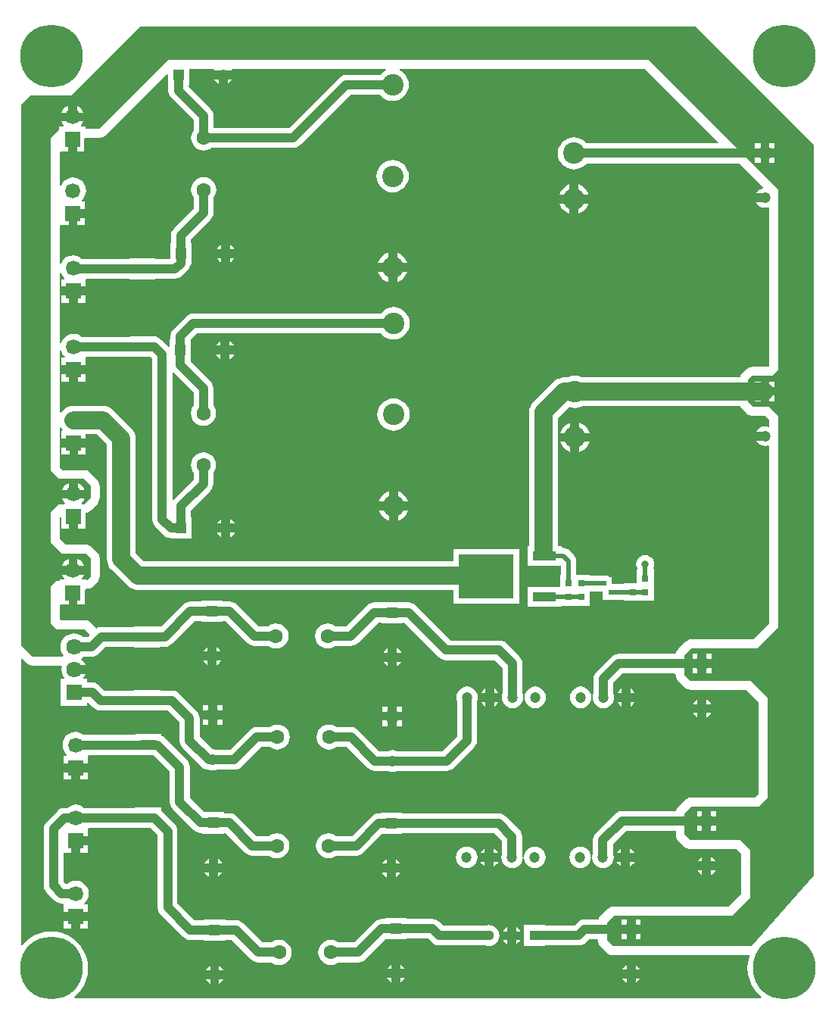
<source format=gbr>
%FSTAX23Y23*%
%MOIN*%
%SFA1B1*%

%IPPOS*%
%ADD10R,0.029527X0.031496*%
%ADD11R,0.062992X0.023622*%
%ADD12R,0.244094X0.192913*%
%ADD13R,0.102362X0.039370*%
%ADD14R,0.066929X0.043307*%
%ADD15C,0.039370*%
%ADD16C,0.019685*%
%ADD17C,0.078740*%
%ADD18C,0.094488*%
%ADD19C,0.275590*%
%ADD20C,0.047244*%
%ADD21R,0.044488X0.044488*%
%ADD22C,0.044488*%
%ADD23R,0.047244X0.047244*%
%ADD24C,0.062992*%
%ADD25R,0.066535X0.066535*%
%ADD26C,0.066535*%
%ADD27R,0.070275X0.070275*%
%ADD28C,0.070275*%
%ADD29R,0.047244X0.047244*%
%ADD30C,0.031496*%
%LNpcb.psu.dcdc.001.a1_copper_signal_top-1*%
%LPD*%
G36*
X02772Y04114D02*
X03095Y03792D01*
X03093Y03787*
X02515*
X02509Y03794*
X02499Y03803*
X02486Y03809*
X02473Y03813*
X02459Y03815*
X02445Y03813*
X02432Y03809*
X0242Y03803*
X02409Y03794*
X024Y03783*
X02393Y03771*
X02389Y03757*
X02388Y03744*
X02389Y0373*
X02393Y03716*
X024Y03704*
X02409Y03693*
X0242Y03684*
X02432Y03678*
X02445Y03674*
X02459Y03672*
X02473Y03674*
X02486Y03678*
X02499Y03684*
X02509Y03693*
X02515Y037*
X03187*
X03279Y03608*
X03279Y03608*
X03279Y03608*
X03292Y03595*
X0329Y0359*
X03288Y0359*
X03278Y03586*
X03269Y03579*
X03262Y0357*
X03261Y03567*
X033*
Y03528*
X03261*
X03262Y03526*
X03269Y03517*
X03278Y0351*
X03288Y03506*
X033Y03504*
X03311Y03506*
X03314Y03507*
X03318Y03504*
X03318Y02807*
X03315Y02804*
X03244Y02804*
X03239Y02803*
X03234Y02803*
X03234Y02803*
X03234Y02803*
X03229Y02801*
X03225Y02799*
X03224Y02799*
X03224Y02799*
X0322Y02796*
X03216Y02793*
X03198Y02775*
X03198Y02775*
X03198Y02775*
X03195Y02771*
X03192Y02767*
X03192Y02767*
X03191Y02767*
X0319Y02762*
X03188Y02758*
X02495*
X0249Y0276*
X02477Y02764*
X02463Y02766*
X02449Y02764*
X02436Y0276*
X02431Y02758*
X02414*
X02402Y02756*
X0239Y02753*
X02379Y02747*
X02369Y02739*
X02369Y02739*
X02281Y02651*
X02273Y02641*
X02267Y0263*
X02263Y02618*
X02262Y02606*
Y02016*
X02254*
Y0193*
X02325*
X02325Y0193*
X02326Y0193*
X02402*
Y0189*
X02397*
Y01835*
X02254*
Y01749*
X02404*
Y01752*
X02529*
Y01815*
X02586*
Y01778*
X02679*
Y01774*
X02812*
Y01833*
Y01912*
X02811*
X0281Y01913*
X02808Y01917*
X02811Y01925*
X02813Y01936*
X02811Y01946*
X02808Y01955*
X02801Y01964*
X02793Y0197*
X02783Y01974*
X02773Y01975*
X02763Y01974*
X02753Y0197*
X02745Y01964*
X02739Y01955*
X02735Y01946*
X02733Y01936*
X02735Y01925*
X02738Y01917*
X02737Y01913*
X02735Y01912*
X02735*
Y01853*
X02679*
Y01849*
X02625*
Y01886*
X02529*
Y0189*
X02469*
Y0195*
X02468Y01959*
X02465Y01967*
X02459Y01974*
X02437Y01997*
X0243Y02002*
X02422Y02006*
X02413Y02007*
X02404*
Y02016*
X02389*
Y0258*
X02437Y02628*
X02449Y02625*
X02463Y02623*
X02477Y02625*
X0249Y02629*
X02495Y02631*
X03191*
X03191Y02629*
X03191Y02629*
X03191Y02629*
X03194Y02625*
X03198Y02621*
X03198Y02621*
X03198Y02621*
X03219Y02599*
X03223Y02596*
X03228Y02593*
X03228Y02593*
X03228Y02593*
X03232Y02591*
X03237Y02589*
X03237*
X03237Y02589*
X03242Y02588*
X03248Y02588*
X03301*
X03318Y02571*
Y02543*
X03314Y0254*
X03311Y02542*
X033Y02543*
X03288Y02542*
X03278Y02537*
X03269Y0253*
X03262Y02521*
X03261Y02519*
X033*
Y0248*
X03261*
X03262Y02478*
X03269Y02469*
X03278Y02462*
X03288Y02457*
X033Y02456*
X03311Y02457*
X03314Y02459*
X03318Y02456*
X03318Y01674*
X03249Y01605*
X02977Y01605*
X02967Y01604*
X02957Y016*
X02949Y01594*
Y01594*
X02918Y01563*
X02912Y01555*
X02908Y01545*
X02907Y01541*
X02655*
X02644Y0154*
X02633Y01535*
X02624Y01528*
X02557Y01461*
X0255Y01452*
X02546Y01442*
X02544Y01431*
Y01367*
X02542Y01361*
X02541Y01352*
X02541Y0135*
X02536*
X02535Y01352*
X02534Y01361*
X02529Y01373*
X02522Y01383*
X02512Y0139*
X025Y01395*
X02488Y01397*
X02476Y01395*
X02464Y0139*
X02454Y01383*
X02447Y01373*
X02442Y01361*
X0244Y01349*
X02442Y01337*
X02447Y01325*
X02454Y01315*
X02464Y01308*
X02476Y01303*
X02488Y01301*
X025Y01303*
X02512Y01308*
X02522Y01315*
X02529Y01325*
X02534Y01337*
X02535Y01345*
X02536Y01348*
X02541*
X02541Y01345*
X02542Y01337*
X02547Y01325*
X02554Y01315*
X02564Y01308*
X02576Y01303*
X02588Y01301*
X026Y01303*
X02612Y01308*
X02622Y01315*
X02629Y01325*
X02631Y01329*
Y01329*
X02634Y01337*
X02636Y01349*
X02636Y01349*
X02636Y01349*
X02634Y01361*
X02632Y01365*
X02632Y01365*
X02632Y01367*
Y01369*
X02632Y01369*
X02632*
Y01413*
X02673Y01454*
X02903*
X02906Y01451*
X02907Y01449*
X02907Y01444*
X02908Y01439*
X02908Y01439*
X0291Y01435*
X02912Y01429*
Y01429*
X02915Y01426*
X02918Y01421*
Y01421*
X02945Y01395*
X02945Y01395*
X02945*
X02947Y01393*
X02953Y01388*
X02953*
Y01388*
X02958Y01386*
X02963Y01384*
X02963*
Y01384*
X02968Y01384*
X02973Y01383*
X03219Y01383*
X03272Y0133*
X03272Y00925*
X03255Y00908*
X02975Y00908*
X02965Y00907*
X02955Y00903*
X02947Y00897*
X02918Y00868*
X02912Y0086*
X02908Y0085*
X02908Y00848*
X0267*
X02658Y00847*
X02648Y00842*
X02639Y00836*
X02555Y00752*
X02548Y00743*
X02544Y00732*
X02542Y00721*
Y00663*
X0254Y00658*
X02539Y00649*
X02539Y00646*
X02534*
X02533Y00649*
X02532Y00658*
X02527Y00669*
X0252Y00679*
X0251Y00686*
X02498Y00691*
X02486Y00693*
X02474Y00691*
X02462Y00686*
X02452Y00679*
X02445Y00669*
X0244Y00658*
X02438Y00645*
X0244Y00633*
X02445Y00621*
X02452Y00611*
X02462Y00604*
X02474Y00599*
X02486Y00598*
X02498Y00599*
X0251Y00604*
X0252Y00611*
X02527Y00621*
X02532Y00633*
X02533Y00642*
X02534Y00644*
X02539*
X02539Y00642*
X0254Y00633*
X02545Y00621*
X02552Y00611*
X02562Y00604*
X02574Y00599*
X02586Y00598*
X02598Y00599*
X0261Y00604*
X0262Y00611*
X02627Y00621*
X02629Y00625*
X02632Y00633*
X02634Y00645*
X02634Y00645*
Y00645*
X02632Y00658*
X0263Y00663*
Y00703*
X02688Y00761*
X02907*
Y00746*
X02907Y00741*
X02908Y00735*
Y00735*
Y00735*
X0291Y00731*
X02912Y00726*
X02912Y00726*
X02912Y00726*
X02916Y00721*
X02918Y00717*
X02918Y00717*
X02918*
X02942Y00694*
X02942Y00694*
X02942Y00694*
X02947Y0069*
X0295Y00688*
X0295Y00688*
X0295*
X02955Y00686*
X0296Y00684*
X0296*
X0296*
X02964Y00683*
X0297Y00682*
X0297Y00682*
X0297Y00682*
X03174Y00682*
X03194Y00662*
X03194Y00485*
X03139Y0043*
X02635*
X02625Y00429*
X02615Y00425*
X02607Y00418*
X02607Y00418*
X02576Y00387*
X02569Y00379*
X02567Y00373*
X02506*
X02495Y00371*
X02485Y00367*
X02476Y0036*
X0246Y00344*
X0233*
Y00347*
X02238*
Y00255*
X0233*
Y00257*
X02478*
X02489Y00258*
X025Y00263*
X02509Y0027*
X02524Y00286*
X0256*
X02564Y00283*
X02565Y00273*
X02567Y00269*
X02569Y00263*
X02576Y00255*
X02576Y00255*
X02604Y00226*
X02613Y0022*
X02622Y00216*
X02632Y00215*
X0323*
X03233Y00211*
X03231Y00207*
X03225Y00182*
X03223Y00157*
X03225Y00132*
X03231Y00107*
X03241Y00083*
X03254Y00062*
X03271Y00042*
X03284Y00031*
X03283Y00026*
X0026*
X00258Y00031*
X00271Y00042*
X00288Y00062*
X00301Y00083*
X00311Y00107*
X00317Y00132*
X00319Y00157*
X00317Y00182*
X00311Y00207*
X00301Y0023*
X00288Y00252*
X00271Y00271*
X00252Y00288*
X0023Y00301*
X00207Y00311*
X00182Y00317*
X00157Y00319*
X00132Y00317*
X00107Y00311*
X00083Y00301*
X00062Y00288*
X00042Y00271*
X00031Y00258*
X00026Y0026*
Y01517*
X00031Y01519*
X00048Y01502*
X00056Y01496*
X00066Y01492*
X00076Y0149*
X00201Y0149*
X00204Y01485*
X00202Y01472*
X00204Y01458*
X00209Y01444*
X00216Y01436*
X00214Y01431*
X00199*
Y01313*
X00316*
Y01324*
X00321Y01326*
X00343Y01304*
X00352Y01297*
X00362Y01293*
X00374Y01291*
X00523*
Y01291*
X00637*
Y01292*
X0067*
X00723Y0124*
Y01159*
X00724Y01148*
X00728Y01137*
X00735Y01128*
X0082Y01043*
X00829Y01036*
X0084Y01032*
X0085Y01031*
X00856Y01028*
X00869Y01027*
X00881Y01028*
X00887Y01031*
X00962*
X00973Y01032*
X00984Y01036*
X00993Y01043*
X01081Y01131*
X01118*
X01124Y01127*
X01138Y01121*
X01152Y01119*
X01166Y01121*
X0118Y01127*
X01191Y01135*
X012Y01147*
X01206Y0116*
X01208Y01175*
X01206Y01189*
X012Y01202*
X01191Y01214*
X0118Y01223*
X01166Y01228*
X01152Y0123*
X01138Y01228*
X01124Y01223*
X01118Y01218*
X01062*
X01051Y01217*
X01041Y01213*
X01032Y01206*
X00944Y01118*
X00887*
X00881Y0112*
X00869Y01122*
X00865Y01122*
X0081Y01177*
Y01258*
X00808Y0127*
X00804Y0128*
X00797Y01289*
X00719Y01367*
X0071Y01374*
X007Y01378*
X00688Y0138*
X00637*
Y01381*
X00523*
Y01379*
X00392*
X00368Y01403*
X00359Y0141*
X00348Y01414*
X00337Y01416*
X00316*
Y01431*
X00301*
X00299Y01436*
X00305Y01444*
X00309Y01452*
X00257*
Y01492*
X00309*
X00305Y015*
X00296Y01511*
X00289Y01517*
X0029Y01523*
X0029Y01523*
X00297Y01528*
X00335*
X00346Y0153*
X00357Y01534*
X00366Y01541*
X00396Y01571*
X00522*
Y0157*
X00636*
Y01572*
X00657*
X00668Y01573*
X00679Y01578*
X00688Y01585*
X00787Y01684*
X00818*
Y01681*
X00913*
Y01684*
X00925*
X01021Y01589*
X0103Y01582*
X0104Y01577*
X01052Y01576*
X01113*
X01118Y01571*
X01132Y01566*
X01146Y01564*
X01161Y01566*
X01174Y01571*
X01185Y0158*
X01194Y01592*
X012Y01605*
X01202Y0162*
X012Y01634*
X01194Y01647*
X01185Y01659*
X01174Y01668*
X01161Y01673*
X01146Y01675*
X01132Y01673*
X01118Y01668*
X01113Y01663*
X0107*
X00974Y01759*
X00965Y01766*
X00955Y0177*
X00943Y01772*
X00913*
Y01775*
X00818*
Y01772*
X00769*
X00758Y0177*
X00747Y01766*
X00738Y01759*
X00641Y01662*
X00636Y01661*
X00522*
Y01658*
X00377*
X00366Y01657*
X00356Y01652*
X00355Y01652*
X00352Y01657*
X00331Y01678*
X00331*
X00331Y01678*
X00327Y01681*
X00322Y01684*
X00322Y01684*
X00317Y01687*
X00313Y01688*
X00313*
X00313*
X00307Y01689*
X00303Y0169*
X00201Y0169*
X00196Y01695*
X00196Y01756*
X00201Y01757*
X00234*
Y0181*
X00273*
Y01757*
X00306*
Y01823*
X00311Y01827*
X00313Y01827*
X00314Y01827*
X00315Y01827*
X00319Y01827*
X00323Y01827*
X00324Y01828*
X00325Y01828*
X00329Y01829*
X00333Y01831*
X00334Y01831*
X00335Y01832*
X00338Y01834*
X00341Y01837*
X00342Y01837*
X00343Y01838*
X00358Y01853*
X00365Y01862*
X00369Y01871*
X0037Y01881*
X0037Y01961*
X0037Y01961*
X0037Y01961*
X00369Y01967*
X00369Y01971*
Y01971*
Y01971*
X00367Y01976*
X00365Y01981*
X00365Y01981*
Y01981*
X00362Y01985*
X00358Y01989*
X00358Y01989*
X00358Y01989*
X00338Y0201*
X00338Y0201*
X00334Y02013*
X00329Y02016*
X00329Y02016*
X00329Y02016*
X00325Y02018*
X0032Y0202*
X0032*
X0032Y0202*
X00315Y02021*
X0031Y02021*
X00223Y02021*
X00196Y02048*
Y02143*
X00196Y02143*
X00201Y02141*
Y02091*
X00234*
Y02144*
X00274*
Y02091*
X00307*
Y02161*
X00313Y02162*
X00323Y02166*
X00331Y02172*
X00358Y022*
X00358*
X00361Y02203*
X00365Y02208*
X00365Y02208*
X00366Y02213*
X00369Y02218*
Y02218*
X00369Y02223*
X0037Y02228*
Y02228*
Y02228*
X0037Y0228*
X00369Y0229*
X00365Y023*
X00358Y02308*
Y02308*
X00328Y02339*
Y02339*
X00328*
X00328Y02339*
X00325Y02341*
X0032Y02345*
X0032*
Y02345*
X00316Y02347*
X0031Y02349*
X0031*
X0031Y02349*
X00305Y0235*
X003Y0235*
X00208Y0235*
X00196Y02362*
X00196Y02536*
X00201Y02537*
X00202Y02535*
X00208Y02528*
X00205Y02523*
X00203*
Y0249*
X00256*
X00309*
Y02507*
X00357*
X00403Y02461*
Y01958*
X00404Y01946*
X00408Y01934*
X00413Y01923*
X00421Y01913*
X00494Y01841*
X00504Y01833*
X00515Y01827*
X00527Y01823*
X00539Y01822*
X01928*
Y01762*
X02219*
Y02002*
X01928*
Y01949*
X00565*
X00529Y01984*
Y02488*
X00528Y025*
X00525Y02512*
X00519Y02523*
X00511Y02532*
X00428Y02615*
X00419Y02623*
X00408Y02629*
X00396Y02632*
X00384Y02633*
X00255*
X00242Y02632*
X0023Y02629*
X00219Y02623*
X0021Y02615*
X00202Y02605*
X00201Y02603*
X00196Y02604*
Y02874*
X00201Y02875*
X00206Y02863*
X00215Y02851*
X00217Y0285*
X00215Y02845*
X00202*
Y02812*
X00255*
X00308*
Y02845*
X00312Y02848*
X00506*
Y02847*
X00595*
X00602Y0284*
Y02132*
X00604Y02121*
X00608Y02111*
X00615Y02101*
X00654Y02063*
X00663Y02056*
X00673Y02052*
X00682Y02051*
Y02047*
X00776*
Y02141*
X00773*
Y02173*
X00858Y02259*
X00865Y02268*
X00869Y02279*
X00871Y0229*
Y02338*
X00875Y02344*
X00881Y02357*
X00883Y02372*
X00881Y02386*
X00875Y02399*
X00867Y02411*
X00855Y0242*
X00842Y02425*
X00827Y02427*
X00813Y02425*
X00799Y0242*
X00788Y02411*
X00779Y02399*
X00774Y02386*
X00772Y02372*
X00774Y02357*
X00779Y02344*
X00784Y02338*
Y02308*
X00698Y02222*
X00695Y02218*
X0069Y0222*
Y0278*
X00695Y02781*
X00695Y02781*
X00784Y02692*
Y02634*
X00779Y02628*
X00774Y02614*
X00772Y026*
X00774Y02586*
X00779Y02572*
X00788Y02561*
X00799Y02552*
X00813Y02546*
X00827Y02544*
X00842Y02546*
X00855Y02552*
X00867Y02561*
X00875Y02572*
X00881Y02586*
X00883Y026*
X00881Y02614*
X00875Y02628*
X00871Y02634*
Y0271*
X00869Y02721*
X00865Y02732*
X00858Y02741*
X00774Y02825*
X00773Y0283*
Y02925*
X00776Y02928*
X008Y02952*
X01608*
X01614Y02945*
X01624Y02936*
X01637Y0293*
X0165Y02926*
X01664Y02924*
X01678Y02926*
X01691Y0293*
X01703Y02936*
X01714Y02945*
X01723Y02956*
X0173Y02968*
X01734Y02982*
X01735Y02996*
X01734Y03009*
X0173Y03023*
X01723Y03035*
X01714Y03046*
X01703Y03055*
X01691Y03061*
X01678Y03065*
X01664Y03067*
X0165Y03065*
X01637Y03061*
X01624Y03055*
X01614Y03046*
X01608Y03039*
X00782*
X00771Y03038*
X0076Y03033*
X00751Y03026*
X00695Y0297*
X00688Y02961*
X00684Y02951*
X00682Y02939*
Y02925*
X00679*
Y02894*
X00674Y02892*
X00643Y02923*
X00634Y0293*
X00623Y02934*
X00621Y02935*
Y02937*
X00506*
Y02936*
X00292*
X00284Y02942*
X0027Y02947*
X00255Y02949*
X0024Y02947*
X00227Y02942*
X00215Y02933*
X00206Y02921*
X00201Y02909*
X00196Y0291*
Y03216*
X00201Y03217*
X00204Y03209*
X00213Y03197*
X00216Y03195*
X00214Y0319*
X00201*
Y03157*
X00254*
X00307*
Y0319*
X00311Y03192*
X00501*
Y0319*
X00616*
Y03192*
X00702*
X00714Y03194*
X00724Y03198*
X00733Y03205*
X00758Y03229*
X00765Y03238*
X00769Y03249*
X0077Y03255*
X00775*
Y0335*
X00772*
Y03364*
X00859Y03452*
X00866Y03461*
X0087Y03471*
X00872Y03483*
Y0355*
X00876Y03555*
X00882Y03569*
X00884Y03583*
X00882Y03598*
X00876Y03611*
X00868Y03622*
X00856Y03631*
X00843Y03637*
X00828Y03639*
X00814Y03637*
X008Y03631*
X00789Y03622*
X0078Y03611*
X00775Y03598*
X00773Y03583*
X00775Y03569*
X0078Y03555*
X00785Y0355*
Y03501*
X00697Y03413*
X0069Y03404*
X00686Y03394*
X00684Y03382*
Y0335*
X00681*
Y03279*
X00616*
Y03281*
X00501*
Y03279*
X00293*
X00283Y03287*
X00269Y03293*
X00254Y03295*
X00239Y03293*
X00225Y03287*
X00213Y03278*
X00204Y03266*
X00201Y03257*
X00196Y03258*
Y03426*
X002Y03427*
X00201*
X00234*
Y0348*
X00253*
Y035*
X00306*
Y03533*
X00293*
X00292Y03538*
X00294Y03539*
X00303Y03551*
X00309Y03565*
X00311Y0358*
X00309Y03595*
X00303Y03609*
X00294Y03621*
X00282Y0363*
X00268Y03635*
X00253Y03637*
X00238Y03635*
X00225Y0363*
X00213Y03621*
X00204Y03609*
X00201Y03602*
X00196Y03603*
Y03746*
X00197Y03751*
X0023*
Y03804*
X0027*
Y03751*
X00303*
Y0381*
X00305Y03812*
X00308Y03813*
X00371*
X00381Y03814*
X0039Y03818*
X00399Y03825*
X00665Y04091*
X0067Y04089*
Y04043*
X00673*
Y0402*
X00675Y04009*
X00679Y03998*
X00686Y03989*
X00785Y03891*
Y03845*
X0078Y03839*
X00775Y03826*
X00773Y03812*
X00775Y03797*
X0078Y03784*
X00789Y03772*
X008Y03763*
X00814Y03758*
X00828Y03756*
X00843Y03758*
X00856Y03763*
X00862Y03768*
X01223*
X01234Y03769*
X01245Y03774*
X01254Y03781*
X01474Y04001*
X01604*
X0161Y03994*
X0162Y03986*
X01633Y03979*
X01646Y03975*
X0166Y03974*
X01674Y03975*
X01687Y03979*
X01699Y03986*
X0171Y03994*
X01719Y04005*
X01726Y04018*
X0173Y04031*
X01731Y04045*
X0173Y04059*
X01726Y04072*
X01719Y04084*
X0171Y04095*
X01699Y04104*
X0169Y04109*
X01691Y04114*
X02772Y04114*
G37*
G36*
X00872Y04114D02*
X00875Y0411D01*
X00953*
X00956Y04114*
X01629Y04114*
X0163Y04109*
X0162Y04104*
X0161Y04095*
X01604Y04088*
X01456*
X01445Y04087*
X01434Y04083*
X01425Y04076*
X01205Y03855*
X00872*
Y03909*
X0087Y0392*
X00866Y03931*
X00859Y0394*
X00761Y04038*
X00762Y04043*
X00764*
Y04114*
X00872Y04114*
G37*
G36*
X03516Y03781D02*
Y00564D01*
X0324Y00254*
X02632*
X02604Y00283*
X02604Y00359*
X02635Y0039*
X03155*
X03234Y00469*
X03234Y00679*
X0319Y00722*
X0297Y00722*
X02946Y00746*
X02946Y0084*
X02975Y00869*
X03271Y00869*
X03312Y00909*
X03312Y01347*
X03236Y01423*
X02973Y01423*
X02946Y01449*
X02946Y01535*
X02977Y01565*
X03265Y01565*
X03358Y01658*
X03358Y02587*
X03317Y02627*
X03248*
X03226Y02649*
X03226Y02747*
X03244Y02764*
X03331Y02764*
X03358Y02791*
X03358Y03585*
X03307Y03636*
X02789Y04154*
X00672Y04154*
X00371Y03853*
X00307Y03853*
Y03861*
X00289*
X00287Y03865*
X00288Y03866*
X00296Y03877*
X00299Y03884*
X0025*
X00201*
X00204Y03877*
X00212Y03866*
X00213Y03865*
X00212Y03861*
X00193*
Y03849*
X00156Y03813*
Y02346*
X00191Y02311*
X003Y02311*
X0033Y0228*
X0033Y02228*
X00303Y022*
X00293*
X00291Y02205*
X00292Y02206*
X003Y02217*
X00303Y02224*
X00254*
X00205*
X00208Y02217*
X00216Y02206*
X00217Y02205*
X00215Y022*
X00197*
Y02198*
X0019*
X00156Y02164*
Y02032*
X00206Y01982*
X0031Y01982*
X0033Y01961*
X0033Y01881*
X00315Y01866*
X0031Y01867*
X00292*
X0029Y01871*
X00291Y01872*
X00299Y01883*
X00302Y0189*
X00253*
X00204*
X00207Y01883*
X00215Y01872*
X00216Y01871*
X00215Y01867*
X00196*
Y01863*
X00182*
X00156Y01837*
X00156Y01674*
X0018Y0165*
X00303Y0165*
X00324Y01629*
X00324Y01623*
X00317Y01616*
X00297*
X0029Y01621*
X0028Y01626*
X00269Y0163*
X00257Y01631*
X00246Y0163*
X00235Y01626*
X00225Y01621*
X00216Y01614*
X00208Y01605*
X00203Y01595*
X00199Y01583*
X00198Y01572*
X00199Y0156*
X00203Y01549*
X00208Y01539*
X00212Y01535*
X00209Y0153*
X00076Y0153*
X00026Y0158*
Y0396*
X00064Y03999*
X00245Y03999*
X00549Y04303*
X02994*
X03516Y03781*
G37*
%LNpcb.psu.dcdc.001.a1_copper_signal_top-2*%
%LPC*%
G36*
X01701Y00842D02*
X01607D01*
Y00838*
X01598*
X01587Y00837*
X01576Y00833*
X01567Y00826*
X01481Y0074*
X01412*
X01406Y00744*
X01393Y0075*
X01378Y00752*
X01364Y0075*
X01351Y00744*
X01339Y00736*
X0133Y00724*
X01325Y00711*
X01323Y00696*
X01325Y00682*
X0133Y00669*
X01339Y00657*
X01351Y00648*
X01364Y00643*
X01378Y00641*
X01393Y00643*
X01406Y00648*
X01412Y00653*
X015*
X01511Y00654*
X01521Y00659*
X0153Y00665*
X01612Y00748*
X01701*
Y00751*
X02109*
X02142Y00718*
Y00663*
X0214Y00658*
X02138Y00645*
X0214Y00633*
X02145Y00621*
X02152Y00611*
X02162Y00604*
X02174Y00599*
X02186Y00598*
X02198Y00599*
X0221Y00604*
X0222Y00611*
X02227Y00621*
X02232Y00633*
X02233Y00642*
X02234Y00644*
X02239*
X02239Y00642*
X0224Y00633*
X02245Y00621*
X02252Y00611*
X02262Y00604*
X02274Y00599*
X02286Y00598*
X02298Y00599*
X0231Y00604*
X0232Y00611*
X02327Y00621*
X02332Y00633*
X02334Y00645*
X02332Y00658*
X02327Y00669*
X0232Y00679*
X0231Y00686*
X02298Y00691*
X02286Y00693*
X02274Y00691*
X02262Y00686*
X02252Y00679*
X02245Y00669*
X0224Y00658*
X02239Y00649*
X02239Y00646*
X02234*
X02233Y00649*
X02232Y00658*
X0223Y00663*
Y00736*
X02228Y00747*
X02224Y00758*
X02217Y00767*
X02158Y00826*
X02149Y00833*
X02139Y00837*
X02127Y00838*
X01701*
Y00842*
G37*
G36*
X02706Y00684D02*
Y00665D01*
X02725*
X02724Y00667*
X02717Y00676*
X02708Y00683*
X02706Y00684*
G37*
G36*
X00319Y007D02*
X00286D01*
Y00666*
X00319*
Y007*
G37*
G36*
X00244Y0102D02*
X00211D01*
Y00987*
X00244*
Y0102*
G37*
G36*
X0089Y00639D02*
Y0062D01*
X00909*
X00908Y00622*
X00901Y00631*
X00892Y00638*
X0089Y00639*
G37*
G36*
X03023Y00646D02*
X03021Y00646D01*
X03012Y00639*
X03005Y0063*
X03004Y00627*
X03023*
Y00646*
G37*
G36*
X01674Y00637D02*
Y00618D01*
X01693*
X01692Y0062*
X01685Y00629*
X01676Y00636*
X01674Y00637*
G37*
G36*
X00851Y00639D02*
X00849Y00638D01*
X0084Y00631*
X00833Y00622*
X00832Y0062*
X00851*
Y00639*
G37*
G36*
X03062Y00646D02*
Y00627D01*
X03082*
X03081Y0063*
X03074Y00639*
X03065Y00646*
X03062Y00646*
G37*
G36*
X02106Y00684D02*
Y00665D01*
X02125*
X02124Y00667*
X02117Y00676*
X02108Y00683*
X02106Y00684*
G37*
G36*
X02666Y00684D02*
X02664Y00683D01*
X02655Y00676*
X02648Y00667*
X02647Y00665*
X02666*
Y00684*
G37*
G36*
X00264Y01197D02*
X00249Y01195D01*
X00235Y0119*
X00223Y01181*
X00214Y01169*
X00209Y01155*
X00207Y0114*
X00209Y01125*
X00214Y01111*
X00223Y01099*
X00226Y01098*
X00224Y01093*
X00211*
Y0106*
X00264*
X00317*
Y01093*
X00321Y01096*
X00608*
X00679Y01025*
Y0089*
X00681Y00879*
X00685Y00868*
X00692Y00859*
X00786Y00766*
X00795Y00759*
X00805Y00755*
X00816Y00753*
X00823*
Y0075*
X00918*
Y00753*
X00924*
X01012Y00665*
X01021Y00659*
X01032Y00654*
X01043Y00653*
X01116*
X01122Y00648*
X01136Y00643*
X0115Y00641*
X01164Y00643*
X01178Y00648*
X01189Y00657*
X01198Y00669*
X01204Y00682*
X01206Y00696*
X01204Y00711*
X01198Y00724*
X01189Y00736*
X01178Y00744*
X01164Y0075*
X0115Y00752*
X01136Y0075*
X01122Y00744*
X01116Y0074*
X01061*
X00973Y00828*
X00964Y00835*
X00954Y00839*
X00942Y0084*
X00918*
Y00844*
X00831*
X00767Y00908*
Y01043*
X00765Y01054*
X00761Y01065*
X00754Y01074*
X00657Y01171*
X00648Y01178*
X00642Y0118*
Y01187*
X00528*
Y01184*
X00301*
X00293Y0119*
X00279Y01195*
X00264Y01197*
G37*
G36*
X02066Y00684D02*
X02064Y00683D01*
X02055Y00676*
X02048Y00667*
X02047Y00665*
X02066*
Y00684*
G37*
G36*
X00912Y01314D02*
X00888D01*
Y01291*
X00912*
Y01314*
G37*
G36*
X01706Y0177D02*
X01612D01*
Y01767*
X01579*
X01568Y01765*
X01557Y01761*
X01548Y01754*
X01458Y01663*
X01408*
X01402Y01668*
X01389Y01673*
X01375Y01675*
X0136Y01673*
X01347Y01668*
X01335Y01659*
X01326Y01647*
X01321Y01634*
X01319Y0162*
X01321Y01605*
X01326Y01592*
X01335Y0158*
X01347Y01571*
X0136Y01566*
X01375Y01564*
X01389Y01566*
X01402Y01571*
X01408Y01576*
X01476*
X01487Y01577*
X01498Y01582*
X01507Y01589*
X01597Y01679*
X01612*
Y01676*
X01706*
Y01679*
X01712*
X01865Y01526*
X01874Y01519*
X01885Y01514*
X01896Y01513*
X02111*
X02144Y0148*
Y01367*
X02142Y01361*
X0214Y01349*
X02142Y01337*
X02147Y01325*
X02154Y01315*
X02164Y01308*
X02176Y01303*
X02188Y01301*
X022Y01303*
X02212Y01308*
X02222Y01315*
X02229Y01325*
X02234Y01337*
X02235Y01345*
X02236Y01348*
X02241*
X02241Y01345*
X02242Y01337*
X02247Y01325*
X02254Y01315*
X02264Y01308*
X02276Y01303*
X02288Y01301*
X023Y01303*
X02312Y01308*
X02322Y01315*
X02329Y01325*
X02334Y01337*
X02336Y01349*
X02334Y01361*
X02329Y01373*
X02322Y01383*
X02312Y0139*
X023Y01395*
X02288Y01397*
X02276Y01395*
X02264Y0139*
X02254Y01383*
X02247Y01373*
X02242Y01361*
X02241Y01352*
X02241Y0135*
X02236*
X02235Y01352*
X02234Y01361*
X02232Y01367*
Y01498*
X0223Y01509*
X02226Y0152*
X02219Y01529*
X0216Y01587*
X02151Y01594*
X02141Y01599*
X02129Y016*
X01914*
X01761Y01754*
X01752Y01761*
X01741Y01765*
X0173Y01767*
X01706*
Y0177*
G37*
G36*
X01702Y0131D02*
X01679D01*
Y01286*
X01702*
Y0131*
G37*
G36*
X00849Y01314D02*
X00825D01*
Y01291*
X00849*
Y01314*
G37*
G36*
X02668Y01329D02*
X02649D01*
X0265Y01327*
X02657Y01318*
X02666Y01311*
X02668Y0131*
Y01329*
G37*
G36*
X02068D02*
X02049D01*
X0205Y01327*
X02057Y01318*
X02066Y01311*
X02068Y0131*
Y01329*
G37*
G36*
X02727D02*
X02708D01*
Y0131*
X0271Y01311*
X02719Y01318*
X02726Y01327*
X02727Y01329*
G37*
G36*
X02127D02*
X02108D01*
Y0131*
X0211Y01311*
X02119Y01318*
X02126Y01327*
X02127Y01329*
G37*
G36*
X01639Y0131D02*
X01616D01*
Y01286*
X01639*
Y0131*
G37*
G36*
Y01247D02*
X01616D01*
Y01223*
X01639*
Y01247*
G37*
G36*
X01702D02*
X01679D01*
Y01223*
X01702*
Y01247*
G37*
G36*
X00317Y0102D02*
X00284D01*
Y00987*
X00317*
Y0102*
G37*
G36*
X01988Y01397D02*
X01976Y01395D01*
X01964Y0139*
X01954Y01383*
X01947Y01373*
X01942Y01361*
X0194Y01349*
X01942Y01337*
X01944Y01331*
Y01177*
X0188Y01113*
X01677*
X01671Y01115*
X01659Y01117*
X01647Y01115*
X01641Y01113*
X016*
X01508Y01206*
X01499Y01213*
X01488Y01217*
X01477Y01218*
X01414*
X01408Y01223*
X01395Y01228*
X0138Y0123*
X01366Y01228*
X01353Y01223*
X01341Y01214*
X01332Y01202*
X01327Y01189*
X01325Y01175*
X01327Y0116*
X01332Y01147*
X01341Y01135*
X01353Y01127*
X01366Y01121*
X0138Y01119*
X01395Y01121*
X01408Y01127*
X01414Y01131*
X01459*
X01551Y01038*
X0156Y01032*
X01571Y01027*
X01582Y01026*
X01641*
X01647Y01023*
X01659Y01022*
X01671Y01023*
X01677Y01026*
X01898*
X01909Y01027*
X0192Y01032*
X01929Y01038*
X02019Y01128*
X02026Y01138*
X0203Y01148*
X02032Y01159*
Y01329*
X02032*
X02032Y01329*
Y01331*
X02032Y01333*
Y01333*
X02034Y01337*
X02036Y01349*
X02036Y01349*
Y01349*
X02034Y01361*
X02031Y01369*
Y01369*
X02031*
X02029Y01373*
X02022Y01383*
X02012Y0139*
X02Y01395*
X01988Y01397*
G37*
G36*
X03062Y01281D02*
X03043D01*
Y01262*
X03045Y01263*
X03054Y0127*
X03061Y01279*
X03062Y01281*
G37*
G36*
X03003D02*
X02984D01*
X02985Y01279*
X02992Y0127*
X03001Y01263*
X03003Y01262*
Y01281*
G37*
G36*
X00849Y01251D02*
X00825D01*
Y01228*
X00849*
Y01251*
G37*
G36*
X00912D02*
X00888D01*
Y01228*
X00912*
Y01251*
G37*
G36*
X01634Y00637D02*
X01632Y00636D01*
X01623Y00629*
X01616Y0062*
X01615Y00618*
X01634*
Y00637*
G37*
G36*
X01694Y00173D02*
Y00154D01*
X01713*
X01713Y00156*
X01706Y00165*
X01697Y00172*
X01694Y00173*
G37*
G36*
X00266Y00877D02*
X00251Y00875D01*
X00237Y00869*
X00229Y00863*
X00215*
X00204Y00862*
X00193Y00857*
X00184Y0085*
X00137Y00803*
X0013Y00794*
X00126Y00783*
X00124Y00772*
Y00521*
X00126Y0051*
X0013Y00499*
X00137Y0049*
X00172Y00455*
X00181Y00448*
X00192Y00444*
X00203Y00442*
X00208*
X00212Y00439*
Y00405*
X00265*
X00318*
Y00439*
X00305*
X00303Y00443*
X00305Y00445*
X00315Y00457*
X0032Y00471*
X00322Y00486*
X0032Y00501*
X00315Y00514*
X00305Y00526*
X00294Y00535*
X0028Y00541*
X00265Y00543*
X0025Y00541*
X00236Y00535*
X00228Y00529*
X00221*
X00211Y00539*
Y00662*
X00213Y00666*
X00246*
Y00719*
X00266*
Y00739*
X00319*
Y00772*
X00322Y00776*
X00526*
Y00774*
X00594*
X00626Y00742*
Y00425*
X00628Y00413*
X00632Y00403*
X00639Y00394*
X00738Y00294*
X00747Y00287*
X00758Y00283*
X00769Y00282*
X00829*
Y00278*
X00924*
Y00282*
X00953*
X01038Y00196*
X01048Y00189*
X01058Y00185*
X01069Y00183*
X01126*
X01132Y00179*
X01146Y00173*
X0116Y00171*
X01174Y00173*
X01188Y00179*
X01199Y00188*
X01208Y00199*
X01214Y00212*
X01216Y00227*
X01214Y00241*
X01208Y00255*
X01199Y00266*
X01188Y00275*
X01174Y00281*
X0116Y00282*
X01146Y00281*
X01132Y00275*
X01126Y00271*
X01087*
X01002Y00356*
X00993Y00363*
X00982Y00367*
X00971Y00369*
X00924*
Y00373*
X00829*
Y00369*
X00787*
X00713Y00443*
Y0076*
X00712Y00772*
X00708Y00782*
X00701Y00791*
X00642Y0085*
X0064Y00851*
Y00865*
X00526*
Y00863*
X00302*
X00295Y00869*
X00281Y00875*
X00266Y00877*
G37*
G36*
X0273Y00171D02*
Y00152D01*
X02749*
X02748Y00154*
X02741Y00163*
X02732Y0017*
X0273Y00171*
G37*
G36*
X01655Y00173D02*
X01653Y00172D01*
X01644Y00165*
X01637Y00156*
X01636Y00154*
X01655*
Y00173*
G37*
G36*
X02221Y00281D02*
X02204D01*
Y00263*
X02205Y00264*
X02214Y00271*
X02221Y0028*
X02221Y00281*
G37*
G36*
X01722Y00378D02*
X01627D01*
Y00375*
X01613*
X01601Y00373*
X01591Y00369*
X01582Y00362*
X0149Y00271*
X01422*
X01416Y00275*
X01403Y00281*
X01388Y00282*
X01374Y00281*
X0136Y00275*
X01349Y00266*
X0134Y00255*
X01335Y00241*
X01333Y00227*
X01335Y00212*
X0134Y00199*
X01349Y00188*
X0136Y00179*
X01374Y00173*
X01388Y00171*
X01403Y00173*
X01416Y00179*
X01422Y00183*
X01508*
X0152Y00185*
X0153Y00189*
X01539Y00196*
X01624Y00281*
X01627Y00284*
X01627*
X01722*
Y00288*
X01817*
X01835Y0027*
X01844Y00263*
X01854Y00258*
X01866Y00257*
X0207*
X02072Y00256*
X02084Y00254*
X02096Y00256*
X02107Y00261*
X02117Y00268*
X02124Y00278*
X02129Y00289*
X0213Y00301*
X02129Y00313*
X02124Y00324*
X02117Y00333*
X02107Y00341*
X02096Y00345*
X02084Y00347*
X02072Y00345*
X0207Y00344*
X01884*
X01866Y00362*
X01857Y00369*
X01846Y00373*
X01835Y00375*
X01722*
Y00378*
G37*
G36*
X02164Y00281D02*
X02147D01*
X02147Y0028*
X02154Y00271*
X02163Y00264*
X02164Y00263*
Y00281*
G37*
G36*
X0269Y00171D02*
X02688Y0017D01*
X02679Y00163*
X02672Y00154*
X02671Y00152*
X0269*
Y00171*
G37*
G36*
X02749Y00113D02*
X0273D01*
Y00094*
X02732Y00095*
X02741Y00101*
X02748Y00111*
X02749Y00113*
G37*
G36*
X0269D02*
X02671D01*
X02672Y00111*
X02679Y00101*
X02688Y00095*
X0269Y00094*
Y00113*
G37*
G36*
X00857Y00109D02*
X00838D01*
X00839Y00107*
X00846Y00098*
X00855Y00091*
X00857Y0009*
Y00109*
G37*
G36*
X00915D02*
X00896D01*
Y0009*
X00898Y00091*
X00907Y00098*
X00914Y00107*
X00915Y00109*
G37*
G36*
X00857Y00167D02*
X00855Y00166D01*
X00846Y00159*
X00839Y0015*
X00838Y00148*
X00857*
Y00167*
G37*
G36*
X00896D02*
Y00148D01*
X00915*
X00914Y0015*
X00907Y00159*
X00898Y00166*
X00896Y00167*
G37*
G36*
X01713Y00115D02*
X01694D01*
Y00096*
X01697Y00097*
X01706Y00103*
X01713Y00113*
X01713Y00115*
G37*
G36*
X01655D02*
X01636D01*
X01637Y00113*
X01644Y00103*
X01653Y00097*
X01655Y00096*
Y00115*
G37*
G36*
X03082Y00588D02*
X03062D01*
Y00569*
X03065Y0057*
X03074Y00577*
X03081Y00586*
X03082Y00588*
G37*
G36*
X01986Y00693D02*
X01974Y00691D01*
X01962Y00686*
X01952Y00679*
X01945Y00669*
X0194Y00658*
X01938Y00645*
X0194Y00633*
X01945Y00621*
X01952Y00611*
X01962Y00604*
X01974Y00599*
X01986Y00598*
X01998Y00599*
X0201Y00604*
X0202Y00611*
X02027Y00621*
X02032Y00633*
X02034Y00645*
X02032Y00658*
X02027Y00669*
X0202Y00679*
X0201Y00686*
X01998Y00691*
X01986Y00693*
G37*
G36*
X00909Y0058D02*
X0089D01*
Y00561*
X00892Y00562*
X00901Y00569*
X00908Y00578*
X00909Y0058*
G37*
G36*
X03023Y00588D02*
X03004D01*
X03005Y00586*
X03012Y00577*
X03021Y0057*
X03023Y00569*
Y00588*
G37*
G36*
X02666Y00625D02*
X02647D01*
X02648Y00623*
X02655Y00614*
X02664Y00607*
X02666Y00606*
Y00625*
G37*
G36*
X02066Y00625D02*
X02047D01*
X02048Y00623*
X02055Y00614*
X02064Y00607*
X02066Y00606*
Y00625*
G37*
G36*
X02725Y00625D02*
X02706D01*
Y00606*
X02708Y00607*
X02717Y00614*
X02724Y00623*
X02725Y00625*
G37*
G36*
X02125Y00625D02*
X02106D01*
Y00606*
X02108Y00607*
X02117Y00614*
X02124Y00623*
X02125Y00625*
G37*
G36*
X00851Y0058D02*
X00832D01*
X00833Y00578*
X0084Y00569*
X00849Y00562*
X00851Y00561*
Y0058*
G37*
G36*
X00245Y00366D02*
X00212D01*
Y00333*
X00245*
Y00366*
G37*
G36*
X00318D02*
X00285D01*
Y00333*
X00318*
Y00366*
G37*
G36*
X02164Y00338D02*
X02163Y00337D01*
X02154Y00331*
X02147Y00322*
X02147Y0032*
X02164*
Y00338*
G37*
G36*
X02204Y00338D02*
Y0032D01*
X02221*
X02221Y00322*
X02214Y00331*
X02205Y00337*
X02204Y00338*
G37*
G36*
X01693Y00578D02*
X01674D01*
Y00559*
X01676Y0056*
X01685Y00567*
X01692Y00576*
X01693Y00578*
G37*
G36*
X01634D02*
X01615D01*
X01616Y00576*
X01623Y00567*
X01632Y0056*
X01634Y00559*
Y00578*
G37*
G36*
X03003Y01339D02*
X03001Y01339D01*
X02992Y01332*
X02985Y01323*
X02984Y0132*
X03003*
Y01339*
G37*
G36*
X00234Y03118D02*
X00201D01*
Y03084*
X00234*
Y03118*
G37*
G36*
X00307D02*
X00274D01*
Y03084*
X00307*
Y03118*
G37*
G36*
X00903Y02916D02*
X00901Y02915D01*
X00892Y02908*
X00885Y02899*
X00884Y02897*
X00903*
Y02916*
G37*
G36*
X00942D02*
Y02897D01*
X00961*
X00961Y02899*
X00954Y02908*
X00945Y02915*
X00942Y02916*
G37*
G36*
X0164Y03306D02*
X01634Y03304D01*
X01623Y03298*
X01612Y03289*
X01604Y03279*
X01598Y03267*
X01596Y03261*
X0164*
Y03306*
G37*
G36*
X0168Y03306D02*
Y03261D01*
X01724*
X01722Y03267*
X01716Y03279*
X01707Y03289*
X01697Y03298*
X01686Y03304*
X0168Y03306*
G37*
G36*
X0164Y03222D02*
X01596D01*
X01598Y03216*
X01604Y03204*
X01612Y03194*
X01623Y03186*
X01634Y03179*
X0164Y03178*
Y03222*
G37*
G36*
X01724D02*
X0168D01*
Y03178*
X01686Y03179*
X01697Y03186*
X01707Y03194*
X01716Y03204*
X01722Y03216*
X01724Y03222*
G37*
G36*
X00961Y02858D02*
X00942D01*
Y02839*
X00945Y0284*
X00954Y02847*
X00961Y02856*
X00961Y02858*
G37*
G36*
X01664Y02665D02*
X0165Y02664D01*
X01637Y0266*
X01624Y02653*
X01614Y02644*
X01605Y02634*
X01598Y02621*
X01594Y02608*
X01593Y02594*
X01594Y0258*
X01598Y02567*
X01605Y02554*
X01614Y02544*
X01624Y02535*
X01637Y02528*
X0165Y02524*
X01664Y02523*
X01678Y02524*
X01691Y02528*
X01703Y02535*
X01714Y02544*
X01723Y02554*
X0173Y02567*
X01734Y0258*
X01735Y02594*
X01734Y02608*
X0173Y02621*
X01723Y02634*
X01714Y02644*
X01703Y02653*
X01691Y0266*
X01678Y02664*
X01664Y02665*
G37*
G36*
X00308Y02772D02*
X00275D01*
Y02739*
X00308*
Y02772*
G37*
G36*
X00903Y02858D02*
X00884D01*
X00885Y02856*
X00892Y02847*
X00901Y0284*
X00903Y02839*
Y02858*
G37*
G36*
X00236Y02772D02*
X00202D01*
Y02739*
X00236*
Y02772*
G37*
G36*
X00905Y03283D02*
X00886D01*
X00887Y03281*
X00894Y03272*
X00903Y03265*
X00905Y03264*
Y03283*
G37*
G36*
X0166Y03714D02*
X01646Y03713D01*
X01633Y03709*
X0162Y03702*
X0161Y03694*
X01601Y03683*
X01594Y0367*
X0159Y03657*
X01589Y03643*
X0159Y03629*
X01594Y03616*
X01601Y03604*
X0161Y03593*
X0162Y03584*
X01633Y03577*
X01646Y03573*
X0166Y03572*
X01674Y03573*
X01687Y03577*
X01699Y03584*
X0171Y03593*
X01719Y03604*
X01726Y03616*
X0173Y03629*
X01731Y03643*
X0173Y03657*
X01726Y0367*
X01719Y03683*
X0171Y03694*
X01699Y03702*
X01687Y03709*
X01674Y03713*
X0166Y03714*
G37*
G36*
X00944Y03341D02*
Y03322D01*
X00963*
X00963Y03324*
X00956Y03334*
X00947Y0334*
X00944Y03341*
G37*
G36*
X00306Y0346D02*
X00273D01*
Y03427*
X00306*
Y0346*
G37*
G36*
X00963Y03283D02*
X00944D01*
Y03264*
X00947Y03265*
X00956Y03272*
X00963Y03281*
X00963Y03283*
G37*
G36*
X00905Y03341D02*
X00903Y0334D01*
X00894Y03334*
X00887Y03324*
X00886Y03322*
X00905*
Y03341*
G37*
G36*
X02439Y03607D02*
X02433Y03605D01*
X02422Y03599*
X02412Y0359*
X02403Y0358*
X02397Y03569*
X02395Y03562*
X02439*
Y03607*
G37*
G36*
X02479Y03607D02*
Y03562D01*
X02523*
X02521Y03569*
X02515Y0358*
X02507Y0359*
X02497Y03599*
X02485Y03605*
X02479Y03607*
G37*
G36*
X02439Y03523D02*
X02395D01*
X02397Y03517*
X02403Y03505*
X02412Y03495*
X02422Y03487*
X02433Y03481*
X02439Y03479*
Y03523*
G37*
G36*
X02523D02*
X02479D01*
Y03479*
X02485Y03481*
X02497Y03487*
X02507Y03495*
X02515Y03505*
X02521Y03517*
X02523Y03523*
G37*
G36*
X00846Y01511D02*
X00827D01*
X00828Y01509*
X00835Y015*
X00844Y01493*
X00846Y01492*
Y01511*
G37*
G36*
X00904D02*
X00885D01*
Y01492*
X00887Y01493*
X00897Y015*
X00903Y01509*
X00904Y01511*
G37*
G36*
X00846Y0157D02*
X00844Y01569D01*
X00835Y01562*
X00828Y01553*
X00827Y01551*
X00846*
Y0157*
G37*
G36*
X00885D02*
Y01551D01*
X00904*
X00903Y01553*
X00897Y01562*
X00887Y01569*
X00885Y0157*
G37*
G36*
X01639Y01565D02*
X01637Y01564D01*
X01628Y01557*
X01621Y01548*
X0162Y01546*
X01639*
Y01565*
G37*
G36*
X01679Y01565D02*
Y01546D01*
X01698*
X01697Y01548*
X0169Y01557*
X01681Y01564*
X01679Y01565*
G37*
G36*
X01639Y01506D02*
X0162D01*
X01621Y01504*
X01628Y01495*
X01637Y01488*
X01639Y01487*
Y01506*
G37*
G36*
X02108Y01388D02*
Y01369D01*
X02127*
X02126Y01371*
X02119Y0138*
X0211Y01387*
X02108Y01388*
G37*
G36*
X02668Y01388D02*
X02666Y01387D01*
X02657Y0138*
X0265Y01371*
X02649Y01369*
X02668*
Y01388*
G37*
G36*
X03043Y01339D02*
Y0132D01*
X03062*
X03061Y01323*
X03054Y01332*
X03045Y01339*
X03043Y01339*
G37*
G36*
X02068Y01388D02*
X02066Y01387D01*
X02057Y0138*
X0205Y01371*
X02049Y01369*
X02068*
Y01388*
G37*
G36*
X01698Y01506D02*
X01679D01*
Y01487*
X01681Y01488*
X0169Y01495*
X01697Y01504*
X01698Y01506*
G37*
G36*
X02708Y01388D02*
Y01369D01*
X02727*
X02726Y01371*
X02719Y0138*
X0271Y01387*
X02708Y01388*
G37*
G36*
X00237Y0245D02*
X00203D01*
Y02417*
X00237*
Y0245*
G37*
G36*
X00309D02*
X00276D01*
Y02417*
X00309*
Y0245*
G37*
G36*
X02443Y02558D02*
X02437Y02556D01*
X02426Y0255*
X02416Y02541*
X02407Y02531*
X02401Y02519*
X02399Y02513*
X02443*
Y02558*
G37*
G36*
X02483D02*
Y02513D01*
X02527*
X02525Y02519*
X02519Y02531*
X02511Y02541*
X025Y0255*
X02489Y02556*
X02483Y02558*
G37*
G36*
X02443Y02474D02*
X02399D01*
X02401Y02468*
X02407Y02456*
X02416Y02446*
X02426Y02438*
X02437Y02431*
X02443Y0243*
Y02474*
G37*
G36*
X02527D02*
X02483D01*
Y0243*
X02489Y02431*
X025Y02438*
X02511Y02446*
X02519Y02456*
X02525Y02468*
X02527Y02474*
G37*
G36*
X01684Y02256D02*
Y02212D01*
X01728*
X01726Y02218*
X0172Y0223*
X01711Y0224*
X01701Y02248*
X0169Y02255*
X01684Y02256*
G37*
G36*
X00964Y02074D02*
X00945D01*
Y02055*
X00948Y02056*
X00957Y02063*
X00964Y02072*
X00964Y02074*
G37*
G36*
X00906Y02133D02*
X00904Y02132D01*
X00895Y02125*
X00888Y02116*
X00887Y02114*
X00906*
Y02133*
G37*
G36*
Y02074D02*
X00887D01*
X00888Y02072*
X00895Y02063*
X00904Y02056*
X00906Y02055*
Y02074*
G37*
G36*
X01728Y02173D02*
X01684D01*
Y02128*
X0169Y0213*
X01701Y02136*
X01711Y02145*
X0172Y02155*
X01726Y02167*
X01728Y02173*
G37*
G36*
X01644Y02256D02*
X01638Y02255D01*
X01627Y02248*
X01616Y0224*
X01608Y0223*
X01602Y02218*
X016Y02212*
X01644*
Y02256*
G37*
G36*
X00945Y02133D02*
Y02114D01*
X00964*
X00964Y02116*
X00957Y02125*
X00948Y02132*
X00945Y02133*
G37*
G36*
X01644Y02173D02*
X016D01*
X01602Y02167*
X01608Y02155*
X01616Y02145*
X01627Y02136*
X01638Y0213*
X01644Y02128*
Y02173*
G37*
G36*
X00894Y0407D02*
X00875D01*
X00876Y04068*
X00883Y04059*
X00892Y04052*
X00894Y04051*
Y0407*
G37*
G36*
X00953D02*
X00934D01*
Y04051*
X00936Y04052*
X00945Y04059*
X00952Y04068*
X00953Y0407*
G37*
G36*
X03023Y00785D02*
X03D01*
Y00761*
X03023*
Y00785*
G37*
G36*
X03086Y00848D02*
X03062D01*
Y00824*
X03086*
Y00848*
G37*
G36*
Y00785D02*
X03062D01*
Y00761*
X03086*
Y00785*
G37*
G36*
X03023Y00848D02*
X03D01*
Y00824*
X03023*
Y00848*
G37*
G36*
X0269Y0031D02*
X02667D01*
Y00286*
X0269*
Y0031*
G37*
G36*
X02753D02*
X0273D01*
Y00286*
X02753*
Y0031*
G37*
G36*
X0269Y00373D02*
X02667D01*
Y00349*
X0269*
Y00373*
G37*
G36*
X02753D02*
X0273D01*
Y00349*
X02753*
Y00373*
G37*
G36*
X03343Y02677D02*
X03319D01*
Y02653*
X03343*
Y02677*
G37*
G36*
X0328Y0274D02*
X03256D01*
Y02716*
X0328*
Y0274*
G37*
G36*
Y02677D02*
X03256D01*
Y02653*
X0328*
Y02677*
G37*
G36*
X03343Y0274D02*
X03319D01*
Y02716*
X03343*
Y0274*
G37*
G36*
X0328Y03788D02*
X03256D01*
Y03764*
X0328*
Y03788*
G37*
G36*
X03343D02*
X03319D01*
Y03764*
X03343*
Y03788*
G37*
G36*
X0328Y03725D02*
X03256D01*
Y03701*
X0328*
Y03725*
G37*
G36*
X03343D02*
X03319D01*
Y03701*
X03343*
Y03725*
G37*
G36*
X0023Y03953D02*
X00223Y0395D01*
X00212Y03941*
X00204Y0393*
X00201Y03923*
X0023*
Y03953*
G37*
G36*
X0027D02*
Y03923D01*
X00299*
X00296Y0393*
X00288Y03941*
X00277Y0395*
X0027Y03953*
G37*
G36*
X03003Y01541D02*
X0298D01*
Y01517*
X03003*
Y01541*
G37*
G36*
X03066D02*
X03043D01*
Y01517*
X03066*
Y01541*
G37*
G36*
Y01478D02*
X03043D01*
Y01454*
X03066*
Y01478*
G37*
G36*
X03003D02*
X0298D01*
Y01454*
X03003*
Y01478*
G37*
G36*
X00234Y01959D02*
X00227Y01956D01*
X00215Y01948*
X00207Y01936*
X00204Y01929*
X00234*
Y01959*
G37*
G36*
X00234Y02293D02*
X00227Y0229D01*
X00216Y02281*
X00208Y0227*
X00205Y02263*
X00234*
Y02293*
G37*
G36*
X00274Y02293D02*
Y02263D01*
X00303*
X003Y0227*
X00292Y02281*
X00281Y0229*
X00274Y02293*
G37*
G36*
X00273Y01959D02*
Y01929D01*
X00302*
X00299Y01936*
X00291Y01948*
X0028Y01956*
X00273Y01959*
G37*
%LNpcb.psu.dcdc.001.a1_copper_signal_top-3*%
%LPD*%
G54D10*
X02773Y01813D03*
Y01873D03*
X02717Y01813D03*
Y01873D03*
X02491Y01792D03*
Y01851D03*
X02436D03*
Y01792D03*
X00447Y0076D03*
Y00819D03*
X00512Y0076D03*
Y00819D03*
X0045Y01082D03*
Y01141D03*
X00514Y01082D03*
Y01141D03*
X00443Y01556D03*
Y01615D03*
X00507Y01556D03*
Y01615D03*
X00443Y01335D03*
Y01394D03*
X00507Y01335D03*
Y01394D03*
X00428Y02833D03*
Y02892D03*
X00492Y02833D03*
X00492Y02892D03*
X00423Y03177D03*
Y03236D03*
X00487Y03177D03*
Y03236D03*
G54D11*
X02641Y01813D03*
Y01888D03*
X0257Y01851D03*
G54D12*
X02073Y01882D03*
G54D13*
X02329Y01973D03*
Y01792D03*
G54D14*
X00583Y00819D03*
Y00713D03*
X00585Y01142D03*
Y01036D03*
X0058Y01442D03*
Y01336D03*
X00579Y01616D03*
Y01509D03*
X00563Y02892D03*
Y02786D03*
X00559Y03236D03*
Y03129D03*
G54D15*
X00827Y0229D02*
Y02372D01*
X00729Y02191D02*
X00827Y0229D01*
X00729Y02094D02*
Y02191D01*
X00827Y026D02*
Y0271D01*
X00726Y02812D02*
X00827Y0271D01*
X00726Y02812D02*
Y02877D01*
X00828Y03812D02*
Y03909D01*
X00717Y0402D02*
X00828Y03909D01*
X00717Y0402D02*
Y0409D01*
X00254Y03236D02*
X00423D01*
X00257Y01372D02*
X00337D01*
X00374Y01335*
X00377Y01615D02*
X00443D01*
X00257Y01572D02*
X00335D01*
X00377Y01615*
X03298Y02694D02*
X033Y02696D01*
X03299Y03744D02*
X033Y03745D01*
X00727Y03302D02*
X00728Y03303D01*
X01223Y03812D02*
X01456Y04045D01*
X0166*
X00559Y03236D02*
X00702D01*
X00727Y0326*
Y03302*
X00563Y02892D02*
X00612D01*
X00646Y02858*
Y02132D02*
Y02858D01*
Y02132D02*
X00685Y02094D01*
X00729*
X00657Y01616D02*
X00769Y01728D01*
X00866*
X00943*
X01052Y0162*
X01146*
X01375D02*
X01476D01*
X01579Y01723*
X01659*
X00869Y01074D02*
X00962D01*
X01062Y01175*
X01152*
X0138D02*
X01477D01*
X01582Y01069*
X01659*
X00871Y00797D02*
X00942D01*
X01043Y00696*
X0115*
X01378D02*
X015D01*
X01598Y00795*
X01654*
X00583Y00819D02*
D01*
X00876Y00325D02*
X00971D01*
X01069Y00227*
X0116*
X01388D02*
X01508D01*
X01613Y00331*
X01675*
X01835*
X01866Y00301*
X02084*
X01654Y00795D02*
X02127D01*
X02186Y00736*
Y00645D02*
Y00736D01*
X01659Y01069D02*
X01898D01*
X01988Y01159*
Y01349*
X02588D02*
Y01431D01*
X02655Y01498*
X03023*
X02586Y00645D02*
Y00721D01*
X0267Y00805*
X03043*
X02284Y00301D02*
X02478D01*
X02506Y00329*
X0271*
X00726Y02877D02*
Y02939D01*
X00782Y02996*
X01664*
X00828Y03812D02*
X01223D01*
X02459Y03744D02*
X03299D01*
X02188Y01349D02*
Y01498D01*
X02129Y01557D02*
X02188Y01498D01*
X01659Y01723D02*
X0173D01*
X01896Y01557*
X02129*
X00728Y03303D02*
Y03382D01*
X00828Y03483*
Y03583*
X00423Y03236D02*
X00559D01*
X00252Y03237D02*
X00254Y03236D01*
X00254Y02892D02*
X00255D01*
X00563*
X00262Y0114D02*
X00264D01*
X00579Y01616D02*
X00657D01*
X00443Y01615D02*
X0058D01*
X00215Y00819D02*
X00266D01*
X00168Y00772D02*
X00215Y00819D01*
X00168Y00521D02*
Y00772D01*
Y00521D02*
X00203Y00486D01*
X00265*
X00769Y00325D02*
X00876D01*
X0058Y01336D02*
X00688D01*
X00766Y01258*
X0067Y00425D02*
X00769Y00325D01*
X00723Y0089D02*
X00816Y00797D01*
X00871*
X00583Y00819D02*
X00611D01*
X0067Y0076*
Y00425D02*
Y0076D01*
X00264Y00819D02*
X00583D01*
X00766Y01159D02*
Y01258D01*
Y01159D02*
X00851Y01074D01*
X00869*
X00374Y01335D02*
X00507D01*
X00581*
X00626Y0114D02*
X00723Y01043D01*
Y0089D02*
Y01043D01*
X00264Y0114D02*
X00626D01*
G54D16*
X02436Y01792D02*
X02491D01*
Y01851D02*
X0257D01*
X02773Y01813D02*
X02773D01*
Y01873D02*
Y01936D01*
Y01873D02*
D01*
X00423Y03141D02*
Y03177D01*
X00413Y03131D02*
X00423Y03141D01*
X00487D02*
Y03177D01*
X00478Y03132D02*
X00487Y03141D01*
X00559Y03098D02*
Y03129D01*
X00544Y03083D02*
X00559Y03098D01*
X00428Y02796D02*
Y02833D01*
X00415Y02783D02*
X00428Y02796D01*
X00492Y02795D02*
Y02833D01*
X0048Y02783D02*
X00492Y02795D01*
X00563Y02746D02*
Y02786D01*
X00549Y02731D02*
X00563Y02746D01*
X00443Y01518D02*
Y01556D01*
X0043Y01504D02*
X00443Y01518D01*
X00507Y01515D02*
Y01556D01*
X00497Y01504D02*
X00507Y01515D01*
X00579Y01509D02*
X00633D01*
X00645Y01521*
X0058Y01442D02*
X00635D01*
X00646Y01432*
X00443Y01394D02*
Y01429D01*
X00432Y0144D02*
X00443Y01429D01*
X00507Y01394D02*
Y01431D01*
X00498Y0144D02*
X00507Y01431D01*
X0045Y01052D02*
Y01082D01*
X00437Y01039D02*
X0045Y01052D01*
X00514D02*
Y01082D01*
X00503Y01041D02*
X00514Y01052D01*
X00585Y01D02*
Y01036D01*
X00572Y00988D02*
X00585Y01D01*
X00447Y0073D02*
Y0076D01*
X00436Y00718D02*
X00447Y0073D01*
X00512Y00728D02*
Y0076D01*
X00502Y00719D02*
X00512Y00728D01*
X00583Y00678D02*
Y00713D01*
X0057Y00665D02*
X00583Y00678D01*
X02329Y01792D02*
X02436D01*
Y01851D02*
Y0195D01*
X02413Y01973D02*
X02436Y0195D01*
X02641Y01888D02*
Y01917D01*
X02717Y01873D02*
Y01908D01*
X02707Y01918D02*
X02717Y01908D01*
X02628Y0193D02*
X02641Y01917D01*
Y01813D02*
X02773D01*
X02341Y01973D02*
X02413D01*
G54D17*
X02325Y01993D02*
Y02606D01*
X02414Y02694*
X02463*
X03298*
X00466Y01958D02*
X00539Y01885D01*
X0207*
X00466Y01958D02*
Y02488D01*
X00384Y0257D02*
X00466Y02488D01*
X00255Y0257D02*
X00256D01*
X00384*
X0207Y01885D02*
X02079Y01876D01*
G54D18*
X01664Y02594D03*
Y02192D03*
Y02996D03*
X02463Y02494D03*
Y02694D03*
X0166Y03643D03*
Y03242D03*
Y04045D03*
X02459Y03543D03*
Y03744D03*
G54D19*
X03385Y04173D03*
Y00157D03*
X00157D03*
Y04173D03*
G54D20*
X01986Y00645D03*
X02086D03*
X02186D03*
X02286D03*
X02486D03*
X02586D03*
X02686D03*
X01675Y00134D03*
X00871Y006D03*
X00869Y01074D03*
X033Y025D03*
X01988Y01349D03*
X02088D03*
X02188D03*
X02288D03*
X02488D03*
X02588D03*
X02688D03*
X033Y03548D03*
X00876Y00128D03*
X0271Y00132D03*
X01654Y00598D03*
X03043Y00608D03*
X00866Y01531D03*
X01659Y01069D03*
Y01526D03*
X03023Y01301D03*
X00926Y02094D03*
X00923Y02877D03*
X00925Y03303D03*
X00914Y0409D03*
G54D21*
X02284Y00301D03*
G54D22*
X02184Y00301D03*
X02084D03*
G54D23*
X01675Y00331D03*
X00871Y00797D03*
X00869Y01271D03*
X033Y02696D03*
Y03745D03*
X00876Y00325D03*
X0271Y00329D03*
X01654Y00795D03*
X03043Y00805D03*
X00866Y01728D03*
X01659Y01266D03*
Y01723D03*
X03023Y01498D03*
G54D24*
X0115Y00696D03*
X01378D03*
X00827Y02372D03*
Y026D03*
X00828Y03583D03*
Y03812D03*
X0138Y01175D03*
X01152D03*
X01146Y0162D03*
X01375D03*
X0116Y00227D03*
X01388D03*
G54D25*
X00254Y03137D03*
X0025Y03804D03*
X00253Y0348D03*
X00265Y00386D03*
X00253Y0181D03*
X00254Y02144D03*
X00256Y0247D03*
X00266Y00719D03*
X00264Y0104D03*
X00255Y02792D03*
G54D26*
X00254Y03237D03*
X0025Y03904D03*
X00253Y0358D03*
X00265Y00486D03*
X00253Y0191D03*
X00254Y02244D03*
X00256Y0257D03*
X00266Y00819D03*
X00264Y0114D03*
X00255Y02892D03*
G54D27*
X00257Y01372D03*
G54D28*
X00257Y01572D03*
Y01472D03*
G54D29*
X00729Y02094D03*
X00726Y02877D03*
X00728Y03303D03*
X00717Y0409D03*
G54D30*
X02773Y01936D03*
X00413Y03131D03*
X00478Y03132D03*
X00544Y03083D03*
X00415Y02783D03*
X0048D03*
X00549Y02731D03*
X00432Y0144D03*
X00498D03*
X0043Y01504D03*
X00497D03*
X00645Y01521D03*
X00646Y01432D03*
X00572Y00988D03*
X00503Y01041D03*
X00437Y01039D03*
X00436Y00718D03*
X00502Y00719D03*
X0057Y00665D03*
X02628Y0193D03*
X02707Y01918D03*
M02*
</source>
